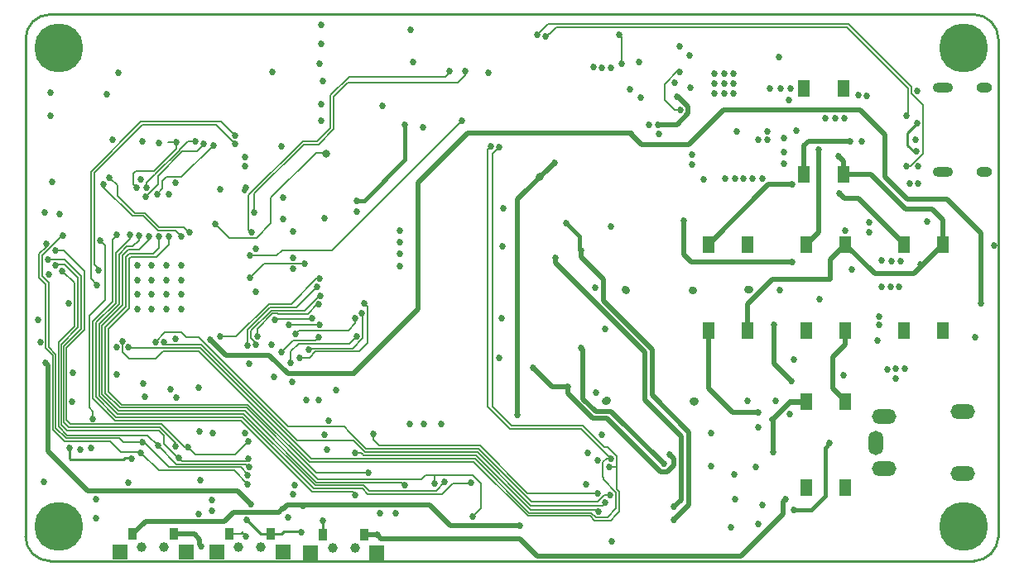
<source format=gbr>
%TF.GenerationSoftware,KiCad,Pcbnew,(6.0.4)*%
%TF.CreationDate,2023-04-20T20:53:15+03:00*%
%TF.ProjectId,mp3_test_board,6d70335f-7465-4737-945f-626f6172642e,rev?*%
%TF.SameCoordinates,Original*%
%TF.FileFunction,Copper,L1,Top*%
%TF.FilePolarity,Positive*%
%FSLAX46Y46*%
G04 Gerber Fmt 4.6, Leading zero omitted, Abs format (unit mm)*
G04 Created by KiCad (PCBNEW (6.0.4)) date 2023-04-20 20:53:15*
%MOMM*%
%LPD*%
G01*
G04 APERTURE LIST*
%TA.AperFunction,Profile*%
%ADD10C,0.250000*%
%TD*%
%TA.AperFunction,ComponentPad*%
%ADD11C,1.000000*%
%TD*%
%TA.AperFunction,SMDPad,CuDef*%
%ADD12R,0.900000X1.200000*%
%TD*%
%TA.AperFunction,SMDPad,CuDef*%
%ADD13R,1.500000X1.500000*%
%TD*%
%TA.AperFunction,SMDPad,CuDef*%
%ADD14R,1.300000X1.800000*%
%TD*%
%TA.AperFunction,ComponentPad*%
%ADD15C,0.800000*%
%TD*%
%TA.AperFunction,ComponentPad*%
%ADD16C,5.000000*%
%TD*%
%TA.AperFunction,ComponentPad*%
%ADD17O,1.500000X2.500000*%
%TD*%
%TA.AperFunction,ComponentPad*%
%ADD18O,2.500000X1.500000*%
%TD*%
%TA.AperFunction,ComponentPad*%
%ADD19O,1.600000X1.000000*%
%TD*%
%TA.AperFunction,ComponentPad*%
%ADD20O,2.100000X1.000000*%
%TD*%
%TA.AperFunction,ViaPad*%
%ADD21C,0.685800*%
%TD*%
%TA.AperFunction,ViaPad*%
%ADD22C,0.800000*%
%TD*%
%TA.AperFunction,Conductor*%
%ADD23C,0.508000*%
%TD*%
%TA.AperFunction,Conductor*%
%ADD24C,0.127000*%
%TD*%
%TA.AperFunction,Conductor*%
%ADD25C,0.800000*%
%TD*%
%TA.AperFunction,Conductor*%
%ADD26C,0.250000*%
%TD*%
%TA.AperFunction,Conductor*%
%ADD27C,0.400000*%
%TD*%
%TA.AperFunction,Conductor*%
%ADD28C,0.600000*%
%TD*%
G04 APERTURE END LIST*
D10*
X173467769Y-99232295D02*
G75*
G03*
X175960000Y-96750000I-93569J2586195D01*
G01*
X175960001Y-45750000D02*
G75*
G03*
X173467767Y-43232233I-2528101J-10100D01*
G01*
X78967767Y-43232167D02*
G75*
G03*
X76467767Y-45732233I33J-2500033D01*
G01*
X76467767Y-45732233D02*
X76467767Y-96732233D01*
X78967767Y-99232233D02*
X173467767Y-99232233D01*
X175960000Y-96750000D02*
X175960000Y-45750000D01*
X173467767Y-43232233D02*
X78967767Y-43232233D01*
X76467767Y-96732233D02*
G75*
G03*
X78967767Y-99232233I2500033J33D01*
G01*
D11*
%TO.P,SW7,*%
%TO.N,*%
X110150000Y-97852500D03*
X107850000Y-97852500D03*
D12*
%TO.P,SW7,1,1*%
%TO.N,Net-(R7-Pad1)*%
X111100000Y-96552500D03*
%TO.P,SW7,2,2*%
%TO.N,GND*%
X106900000Y-96552500D03*
D13*
%TO.P,SW7,3*%
%TO.N,N/C*%
X112400000Y-98392500D03*
%TO.P,SW7,4*%
X105600000Y-98392500D03*
%TD*%
D14*
%TO.P,SW1,4,A*%
%TO.N,unconnected-(SW1-Pad4)*%
X150300000Y-66800000D03*
%TO.P,SW1,3,K*%
%TO.N,GND*%
X150300000Y-75600000D03*
%TO.P,SW1,2,2*%
%TO.N,Net-(R10-Pad2)*%
X146300000Y-66800000D03*
%TO.P,SW1,1,1*%
X146300000Y-75600000D03*
%TD*%
D11*
%TO.P,SW6,*%
%TO.N,*%
X100550000Y-97780000D03*
X98250000Y-97780000D03*
D12*
%TO.P,SW6,1,1*%
%TO.N,/SOC/KEYS*%
X101500000Y-96480000D03*
%TO.P,SW6,2,2*%
%TO.N,GND*%
X97300000Y-96480000D03*
D13*
%TO.P,SW6,3*%
%TO.N,N/C*%
X102800000Y-98320000D03*
%TO.P,SW6,4*%
X96000000Y-98320000D03*
%TD*%
D15*
%TO.P,H4,1*%
%TO.N,N/C*%
X172400000Y-44825000D03*
X171074175Y-48025825D03*
X173725825Y-45374175D03*
X171074175Y-45374175D03*
D16*
X172400000Y-46700000D03*
D15*
X174275000Y-46700000D03*
X172400000Y-48575000D03*
X173725825Y-48025825D03*
X170525000Y-46700000D03*
%TD*%
%TO.P,H2,1*%
%TO.N,N/C*%
X79900000Y-44825000D03*
X81225825Y-45374175D03*
X81225825Y-48025825D03*
D16*
X79900000Y-46700000D03*
D15*
X79900000Y-48575000D03*
X78574175Y-45374175D03*
X78574175Y-48025825D03*
X81775000Y-46700000D03*
X78025000Y-46700000D03*
%TD*%
%TO.P,H1,1*%
%TO.N,N/C*%
X78574175Y-97025825D03*
X78025000Y-95700000D03*
X78574175Y-94374175D03*
D16*
X79900000Y-95700000D03*
D15*
X81225825Y-97025825D03*
X81775000Y-95700000D03*
X79900000Y-93825000D03*
X81225825Y-94374175D03*
X79900000Y-97575000D03*
%TD*%
D14*
%TO.P,SW3,4,A*%
%TO.N,unconnected-(SW3-Pad4)*%
X160300000Y-82900000D03*
%TO.P,SW3,3,K*%
%TO.N,GND*%
X160300000Y-91700000D03*
%TO.P,SW3,2,2*%
%TO.N,Net-(R10-Pad1)*%
X156300000Y-82900000D03*
%TO.P,SW3,1,1*%
X156300000Y-91700000D03*
%TD*%
%TO.P,SW2,4,A*%
%TO.N,GND*%
X170300000Y-66800000D03*
%TO.P,SW2,3,K*%
X170300000Y-75600000D03*
%TO.P,SW2,2,2*%
%TO.N,Net-(R12-Pad2)*%
X166300000Y-66800000D03*
%TO.P,SW2,1,1*%
X166300000Y-75600000D03*
%TD*%
D13*
%TO.P,SW8,4*%
%TO.N,N/C*%
X86100000Y-98320000D03*
%TO.P,SW8,3*%
X92900000Y-98320000D03*
D12*
%TO.P,SW8,2,2*%
%TO.N,Net-(D12-Pad1)*%
X87400000Y-96480000D03*
%TO.P,SW8,1,1*%
%TO.N,GND*%
X91600000Y-96480000D03*
D11*
%TO.P,SW8,*%
%TO.N,*%
X88350000Y-97780000D03*
X90650000Y-97780000D03*
%TD*%
D15*
%TO.P,H3,1*%
%TO.N,N/C*%
X171074175Y-94374175D03*
X171074175Y-97025825D03*
X173725825Y-97025825D03*
X173725825Y-94374175D03*
X172400000Y-93825000D03*
X174275000Y-95700000D03*
X170525000Y-95700000D03*
X172400000Y-97575000D03*
D16*
X172400000Y-95700000D03*
%TD*%
D14*
%TO.P,SW4,4,A*%
%TO.N,GND*%
X160100000Y-50800000D03*
%TO.P,SW4,3,K*%
X160100000Y-59600000D03*
%TO.P,SW4,2,2*%
%TO.N,Net-(R13-Pad2)*%
X156100000Y-50800000D03*
%TO.P,SW4,1,1*%
X156100000Y-59600000D03*
%TD*%
%TO.P,SW5,4,A*%
%TO.N,GND*%
X160300000Y-66800000D03*
%TO.P,SW5,3,K*%
X160300000Y-75600000D03*
%TO.P,SW5,2,2*%
%TO.N,Net-(R11-Pad2)*%
X156300000Y-66800000D03*
%TO.P,SW5,1,1*%
X156300000Y-75600000D03*
%TD*%
D17*
%TO.P,J2,1,1*%
%TO.N,GND*%
X163395000Y-87100000D03*
D18*
%TO.P,J2,2,2*%
%TO.N,unconnected-(J2-Pad2)*%
X164295000Y-84450000D03*
%TO.P,J2,3,3*%
%TO.N,Net-(D10-Pad2)*%
X172295000Y-83900000D03*
X172295000Y-90300000D03*
%TO.P,J2,4,4*%
%TO.N,Net-(D9-Pad2)*%
X164295000Y-89750000D03*
%TD*%
D19*
%TO.P,P2,S1,SHIELD*%
%TO.N,GND*%
X174505000Y-50750000D03*
D20*
X170325000Y-50750000D03*
X170325000Y-59390000D03*
D19*
X174505000Y-59390000D03*
%TD*%
D21*
%TO.N,+3V3*%
X133961747Y-88173555D03*
X107042700Y-64123938D03*
X94301140Y-90939455D03*
X84800000Y-51400000D03*
X154722700Y-50803938D03*
X83641747Y-92880055D03*
X152550000Y-50800000D03*
X103721408Y-80873216D03*
X139200000Y-48100000D03*
X102800000Y-64200000D03*
X112946020Y-52603980D03*
X94190000Y-81420000D03*
X91780000Y-60500000D03*
X96371564Y-61171564D03*
X101862358Y-80364166D03*
X119011747Y-85198555D03*
X153689132Y-50800000D03*
X115741747Y-85189949D03*
X110363806Y-63391630D03*
X88461747Y-81043555D03*
X153689132Y-50800000D03*
X79905000Y-63695000D03*
X136425747Y-97171555D03*
X154533762Y-51995000D03*
X103806445Y-92393555D03*
%TO.N,GND*%
X151807700Y-93478938D03*
X87870000Y-70420000D03*
X117082700Y-54803938D03*
X90870000Y-68920000D03*
X95531747Y-94063555D03*
X98942700Y-58783938D03*
X103301747Y-94783555D03*
X79030000Y-53570000D03*
X79203364Y-60413938D03*
X148900000Y-49300000D03*
X164032700Y-71143938D03*
X83640000Y-94830000D03*
X78812700Y-69833938D03*
X81182900Y-82920000D03*
X88208280Y-60143328D03*
X153991747Y-55863555D03*
X163570000Y-76630000D03*
X148900000Y-50300000D03*
X94161747Y-94373555D03*
X167732462Y-58793700D03*
X114740000Y-68990000D03*
X134950400Y-88922876D03*
X90870000Y-73420000D03*
X151411747Y-85487555D03*
X154010000Y-57300000D03*
X98942700Y-57873938D03*
X138243761Y-50924999D03*
X173601638Y-76325000D03*
X83141747Y-87650555D03*
X175500000Y-66900000D03*
X106672700Y-44293938D03*
X114740000Y-66520000D03*
X150800000Y-60000000D03*
X77992327Y-76792387D03*
X137750000Y-71400421D03*
X112670000Y-94310000D03*
X106660000Y-54090000D03*
X151800000Y-60000000D03*
X114730000Y-67750000D03*
X90870000Y-70420000D03*
X167665900Y-51100000D03*
X161672700Y-51513938D03*
X162482700Y-51533938D03*
X135878600Y-82725370D03*
X165934700Y-68513938D03*
X87870000Y-71920000D03*
X135750000Y-75425000D03*
X149000000Y-60000000D03*
X148900000Y-51300000D03*
X92370000Y-73420000D03*
X92370000Y-70420000D03*
X164012700Y-68433938D03*
X116058762Y-48100000D03*
X164972700Y-71143938D03*
X146900000Y-49300000D03*
X124900000Y-78386638D03*
X165032700Y-68463938D03*
X160992700Y-69373938D03*
X105166842Y-82718650D03*
X88665115Y-82395115D03*
X106860000Y-50040000D03*
X87870000Y-68920000D03*
X146900000Y-51300000D03*
X106421747Y-82719150D03*
X114341747Y-94318555D03*
X103802700Y-69303938D03*
X90870000Y-71920000D03*
X91880000Y-82440000D03*
X79000000Y-51200000D03*
X160100500Y-80200000D03*
X123800000Y-49200000D03*
X103782700Y-65463938D03*
X102620000Y-56730000D03*
X103782700Y-68153938D03*
X77738032Y-74522857D03*
X147900000Y-51300000D03*
X92370000Y-71920000D03*
X144800000Y-82875000D03*
X155330000Y-55110000D03*
X153175000Y-82775000D03*
X168035500Y-68853938D03*
X106830000Y-95120000D03*
X146900000Y-50300000D03*
X139400000Y-51700000D03*
X78420000Y-63540000D03*
X125235000Y-66956238D03*
X99020000Y-96676555D03*
X168700000Y-64400000D03*
X106721747Y-46203555D03*
X87870000Y-73420000D03*
X108210000Y-81740000D03*
X135409747Y-86249555D03*
X89370000Y-70420000D03*
X162000000Y-56200000D03*
X86944149Y-91229149D03*
X151157747Y-89551555D03*
X150300000Y-82775000D03*
X135412700Y-48653938D03*
X149900000Y-60000000D03*
X133771747Y-91403555D03*
X153600000Y-71500000D03*
X165772700Y-71153938D03*
X159582700Y-57773938D03*
X148000000Y-60000000D03*
X147900000Y-49300000D03*
X82091747Y-87803555D03*
X143381747Y-46533555D03*
X101746200Y-49146200D03*
X106542700Y-48243938D03*
X136325000Y-64910000D03*
X94231747Y-85963555D03*
X78321747Y-91071745D03*
X85921400Y-49200000D03*
X89370000Y-73420000D03*
X115804381Y-44795619D03*
X95501747Y-92962400D03*
X147900000Y-50300000D03*
X136292700Y-48663938D03*
X151411747Y-95393555D03*
X85371747Y-56023555D03*
X101625371Y-77086891D03*
X103950000Y-91430000D03*
X114740000Y-65400000D03*
X117201747Y-85189949D03*
X134592700Y-48633938D03*
X146607700Y-89478938D03*
X150335000Y-71420000D03*
X107420000Y-84814155D03*
X94420000Y-97680000D03*
X163570000Y-76630000D03*
X89370000Y-68920000D03*
X85747828Y-77291808D03*
X154040967Y-58498576D03*
X106700000Y-52410000D03*
X144625000Y-71450000D03*
X102800000Y-62000000D03*
X89370000Y-71920000D03*
X92370000Y-68920000D03*
%TO.N,+1V8A*%
X99339147Y-79018736D03*
X85745602Y-80066863D03*
X91140719Y-61659100D03*
%TO.N,Net-(C5-Pad2)*%
X84467800Y-60592797D03*
X92388385Y-65976917D03*
%TO.N,Net-(C6-Pad2)*%
X85057836Y-59932782D03*
X93201747Y-65563555D03*
%TO.N,VBUS*%
X159252700Y-53873938D03*
X160242700Y-53873938D03*
X167472700Y-56093938D03*
X158232700Y-53893938D03*
X142843193Y-50244431D03*
%TO.N,+5VA*%
X157682100Y-72403600D03*
X148607700Y-95752276D03*
X162760000Y-65540000D03*
X134750000Y-71200000D03*
X163800000Y-74190000D03*
X149007700Y-92878938D03*
X154582700Y-84153938D03*
X146607700Y-86078938D03*
X163790000Y-75020000D03*
X134836200Y-82000000D03*
X148907700Y-90378938D03*
X162760000Y-64552141D03*
%TO.N,-5VA*%
X164651747Y-79583555D03*
X165452700Y-80523938D03*
X166402700Y-79553938D03*
X165472700Y-79533938D03*
X125154539Y-74382100D03*
X160290000Y-65350000D03*
X155050000Y-78550000D03*
X125300000Y-63075000D03*
%TO.N,Net-(C61-Pad1)*%
X141224102Y-55432536D03*
X143106209Y-51662961D03*
X140212700Y-54513938D03*
X141150000Y-54500000D03*
%TO.N,Net-(R53-Pad1)*%
X99400000Y-70200000D03*
X104972700Y-68753938D03*
%TO.N,VCC*%
X166902700Y-60563938D03*
X153512700Y-47633938D03*
X149182700Y-55203938D03*
X167702700Y-60563938D03*
X151411747Y-56093938D03*
X152312700Y-55233938D03*
X144439288Y-50765514D03*
X152302700Y-56053938D03*
%TO.N,/SOC/SDC_D1*%
X88430000Y-56220000D03*
%TO.N,/SOC/SDC_D0*%
X90103854Y-56365910D03*
%TO.N,/SOC/SDC_CLK*%
X91852700Y-56303938D03*
X87822731Y-60940267D03*
%TO.N,/SOC/SDC_CMD*%
X93830000Y-56250000D03*
X88856230Y-60965924D03*
%TO.N,/SOC/SDC_D3*%
X88777366Y-61901661D03*
X94685717Y-56476951D03*
%TO.N,/SOC/SDC_D2*%
X89907331Y-61628569D03*
X95687115Y-56621476D03*
%TO.N,Net-(D10-Pad2)*%
X155082700Y-93953938D03*
X158682700Y-87153938D03*
%TO.N,Net-(D12-Pad1)*%
X126771747Y-84243555D03*
D22*
X129010000Y-59870000D03*
D21*
X130556000Y-58420000D03*
X127025302Y-95610000D03*
X104840000Y-93550000D03*
%TO.N,/SOC/LCD_RS*%
X103603143Y-78948866D03*
X110353230Y-76186770D03*
%TO.N,/SOC/LCD_WR*%
X106463868Y-76258911D03*
X102610679Y-77859321D03*
%TO.N,/SOC/LCD_RD*%
X103410000Y-75040000D03*
X106530000Y-74990000D03*
%TO.N,/SOC/LCD_D3*%
X101991564Y-74478436D03*
X105736110Y-74384100D03*
%TO.N,/SOC/LCD_D4*%
X110193653Y-74382875D03*
X104090000Y-75950000D03*
%TO.N,/SOC/LCD_D5*%
X110860000Y-73800000D03*
X105470000Y-77575900D03*
%TO.N,/SOC/LCD_D6*%
X104530000Y-78380000D03*
X111140000Y-72830000D03*
%TO.N,/SOC/LCD_D7*%
X106440000Y-72950000D03*
X100150000Y-76170000D03*
%TO.N,/SOC/LCD_D10*%
X100038217Y-77048215D03*
X106640154Y-72022937D03*
%TO.N,/SOC/LCD_D11*%
X106240000Y-71130000D03*
X99160000Y-77160000D03*
%TO.N,/SOC/LCD_D12*%
X106539408Y-70296864D03*
X96391747Y-76213555D03*
%TO.N,Net-(P2-PadA7)*%
X167590000Y-57280000D03*
X167650000Y-54370000D03*
%TO.N,/SOC/LCD_PWM*%
X99430000Y-67950895D03*
X121100000Y-54100000D03*
%TO.N,/SOC/KEYS*%
X78497915Y-78910430D03*
X99517247Y-93383094D03*
X99110000Y-95030000D03*
X104630000Y-96280000D03*
%TO.N,/SOC/FLASH_SPI_CS*%
X122191747Y-94648555D03*
X118281747Y-91278555D03*
X90111747Y-65993555D03*
%TO.N,Net-(R7-Pad1)*%
X112438694Y-96552500D03*
X154205747Y-92853555D03*
%TO.N,Net-(R10-Pad1)*%
X152935747Y-88027555D03*
%TO.N,Net-(R10-Pad2)*%
X154915724Y-60640400D03*
X151411747Y-83963555D03*
%TO.N,Net-(R11-Pad2)*%
X157563266Y-57108938D03*
%TO.N,Net-(R12-Pad2)*%
X159720000Y-61564338D03*
%TO.N,/SOC/USB_DM*%
X128800000Y-45300000D03*
X97882700Y-55603938D03*
X83760000Y-70920000D03*
X166532700Y-58753938D03*
%TO.N,/SOC/USB_DP*%
X97882700Y-56489241D03*
X83888691Y-69420000D03*
X129667090Y-45478652D03*
X166596256Y-53603826D03*
%TO.N,Net-(C41-Pad1)*%
X142740400Y-93682876D03*
X130647130Y-68187206D03*
%TO.N,Net-(C42-Pad1)*%
X131950000Y-81400000D03*
X142340400Y-88282876D03*
X128350000Y-79400000D03*
%TO.N,Net-(C43-Pad1)*%
X133299500Y-77403938D03*
X141740400Y-89282876D03*
%TO.N,Net-(C44-Pad1)*%
X142790400Y-95032876D03*
X131750000Y-64600000D03*
X133291500Y-67400000D03*
%TO.N,Net-(C49-Pad2)*%
X154915456Y-68551764D03*
X143808191Y-64328447D03*
%TO.N,Net-(C51-Pad2)*%
X153000000Y-75000000D03*
X154800000Y-80800000D03*
%TO.N,/NewDAC/I2C_SCL*%
X137432700Y-48253938D03*
X137189927Y-45311165D03*
X124069069Y-56729083D03*
X136332700Y-88753938D03*
X86998311Y-77326991D03*
%TO.N,/NewDAC/I2C_SDIN*%
X144400000Y-47400000D03*
X136164573Y-89572143D03*
X86390691Y-76683129D03*
X124896874Y-56840750D03*
%TO.N,/Power/AUDIO_PWR_EN*%
X174200000Y-72800000D03*
X95361747Y-76563555D03*
%TO.N,DEBUG_UART_RX*%
X121400000Y-49000000D03*
X99880000Y-63540000D03*
%TO.N,DEBUG_UART_TX*%
X119800000Y-49000000D03*
X99569393Y-65544814D03*
%TO.N,/SOC/FLASH_SPI_MOSI*%
X89081747Y-65963555D03*
X115221747Y-91464455D03*
%TO.N,/NewDAC/I2S_MCLK*%
X134971564Y-92271564D03*
X112020000Y-86220000D03*
%TO.N,/SOC/FLASH_SPI_HOLD*%
X85821747Y-65803555D03*
X110181747Y-92445455D03*
%TO.N,/SOC/FLASH_SPI_WP*%
X87101747Y-65833555D03*
X122011747Y-91208555D03*
%TO.N,/SOC/FLASH_SPI_CLK*%
X111543100Y-90188555D03*
X91151747Y-65993555D03*
%TO.N,/NewDAC/I2S_LRCK*%
X110160000Y-88150000D03*
X135030000Y-94135900D03*
X91820959Y-76471537D03*
%TO.N,/NewDAC/I2S_BCLK*%
X136273997Y-92485338D03*
X89725481Y-76798038D03*
%TO.N,/NewDAC/I2S_DIN*%
X135780000Y-93220000D03*
X90611862Y-76798038D03*
%TO.N,/Power/IRQ*%
X143345000Y-49105900D03*
X143442322Y-53022870D03*
%TO.N,+1V8B*%
X100000000Y-67200000D03*
X98967745Y-60942861D03*
%TO.N,+0V9*%
X81260000Y-79920000D03*
X145800000Y-60100000D03*
X144600000Y-57600000D03*
X91255092Y-81637264D03*
X80884847Y-72793555D03*
X100050955Y-71605900D03*
X144662700Y-58613938D03*
%TO.N,/SOC/FLASH_SPI_MISO*%
X88061747Y-65903555D03*
X119331747Y-91148555D03*
%TO.N,/Power/PWR_KEY*%
X95866195Y-64657643D03*
D22*
X107190000Y-57500000D03*
D21*
%TO.N,Net-(C76-Pad2)*%
X80920000Y-87650555D03*
X87270000Y-88716555D03*
%TO.N,Net-(C60-Pad1)*%
X107321747Y-87798555D03*
X98899644Y-86090356D03*
%TO.N,/SOC/WIFI_SDIO_CMD*%
X90001747Y-87383555D03*
X80234638Y-69480871D03*
X99307816Y-89588936D03*
%TO.N,/SOC/WIFI_SDIO_D0*%
X92165183Y-88690119D03*
X79523906Y-68953025D03*
X99277281Y-88704160D03*
%TO.N,/SOC/WIFI_SDIO_CLK*%
X78791009Y-68347125D03*
X91817721Y-87485785D03*
%TO.N,/SOC/WIFI_SDIO_D1*%
X79513004Y-67426584D03*
X93051747Y-87543555D03*
X99287165Y-86963756D03*
%TO.N,/SOC/WIFI_SDIO_D2*%
X88391747Y-87063555D03*
X99206024Y-90468367D03*
X80260000Y-65920000D03*
%TO.N,/SOC/WIFI_SDIO_D3*%
X78584186Y-66744186D03*
X88261747Y-88143555D03*
X99191747Y-91353555D03*
%TO.N,Net-(L1-Pad1)*%
X95568398Y-86095896D03*
X107029180Y-86257655D03*
%TO.N,Net-(P1-Pad38)*%
X115254264Y-54575502D03*
X110372700Y-62283938D03*
%TO.N,Net-(R13-Pad2)*%
X160842700Y-56233938D03*
%TO.N,/SOC/WIFI_REG_ON*%
X83365698Y-84656655D03*
X84089420Y-66383555D03*
%TD*%
D23*
%TO.N,GND*%
X170300000Y-64300000D02*
X169150000Y-63150000D01*
D24*
X97300000Y-96480000D02*
X98823445Y-96480000D01*
D25*
X135803970Y-82800000D02*
X135878600Y-82725370D01*
X137750000Y-71400421D02*
X137750000Y-71420000D01*
D23*
X158796062Y-68303938D02*
X160300000Y-66800000D01*
X150300000Y-72936638D02*
X152869338Y-70367300D01*
X169150000Y-63150000D02*
X166500000Y-63150000D01*
X93720000Y-96480000D02*
X94280000Y-97040000D01*
D25*
X144725000Y-82800000D02*
X144800000Y-82875000D01*
D24*
X97300000Y-96480000D02*
X98465302Y-96480000D01*
D25*
X137750000Y-71420000D02*
X137840000Y-71510000D01*
X144715000Y-71480000D02*
X144685000Y-71450000D01*
X150475000Y-71400000D02*
X150455000Y-71420000D01*
D26*
X106900000Y-96552500D02*
X106900000Y-95190000D01*
D23*
X94280000Y-97040000D02*
X94280000Y-97540000D01*
D24*
X98823445Y-96480000D02*
X99020000Y-96676555D01*
D23*
X160300000Y-66800000D02*
X163303938Y-69803938D01*
X166500000Y-63150000D02*
X162950000Y-59600000D01*
X91600000Y-96480000D02*
X93720000Y-96480000D01*
X150300000Y-75600000D02*
X150300000Y-72936638D01*
X170300000Y-66800000D02*
X170300000Y-64300000D01*
X160100000Y-59600000D02*
X160100000Y-58291238D01*
D25*
X150455000Y-71420000D02*
X150335000Y-71420000D01*
X135750000Y-82800000D02*
X135803970Y-82800000D01*
D23*
X158796062Y-70367300D02*
X158796062Y-68303938D01*
X163303938Y-69803938D02*
X167296062Y-69803938D01*
X162950000Y-59600000D02*
X160100000Y-59600000D01*
X152869338Y-70367300D02*
X158796062Y-70367300D01*
X94280000Y-97540000D02*
X94420000Y-97680000D01*
D26*
X106900000Y-95190000D02*
X106830000Y-95120000D01*
D23*
X160100000Y-58291238D02*
X159582700Y-57773938D01*
D25*
X144800000Y-82875000D02*
X144875000Y-82800000D01*
D24*
X98465302Y-96480000D02*
X98741747Y-96203555D01*
D25*
X144685000Y-71450000D02*
X144625000Y-71450000D01*
D23*
X167296062Y-69803938D02*
X170300000Y-66800000D01*
D27*
%TO.N,+1V8A*%
X91090000Y-61540000D02*
X91140719Y-61590719D01*
X91140719Y-61590719D02*
X91140719Y-61659100D01*
D24*
%TO.N,Net-(C5-Pad2)*%
X87368762Y-63890000D02*
X88500000Y-63890000D01*
X89984089Y-65374089D02*
X91785557Y-65374089D01*
X91785557Y-65374089D02*
X92415579Y-66004111D01*
X88500000Y-63890000D02*
X89984089Y-65374089D01*
X84467800Y-60989038D02*
X87368762Y-63890000D01*
X84467800Y-60592797D02*
X84467800Y-60989038D01*
%TO.N,Net-(C6-Pad2)*%
X87641762Y-63563000D02*
X88635448Y-63563000D01*
X90120017Y-65047569D02*
X92682181Y-65047569D01*
X85057836Y-59932782D02*
X85882700Y-60757646D01*
X88635448Y-63563000D02*
X90120017Y-65047569D01*
X92682181Y-65047569D02*
X93160791Y-65526179D01*
X85882700Y-61803938D02*
X87641762Y-63563000D01*
X85882700Y-60757646D02*
X85882700Y-61803938D01*
X93160791Y-65526179D02*
X93164371Y-65526179D01*
X93164371Y-65526179D02*
X93201747Y-65563555D01*
D23*
%TO.N,Net-(C61-Pad1)*%
X144239222Y-52692783D02*
X144239222Y-53360778D01*
X143100000Y-54500000D02*
X141150000Y-54500000D01*
X144239222Y-53360778D02*
X143100000Y-54500000D01*
X143106209Y-51662961D02*
X143209400Y-51662961D01*
X143209400Y-51662961D02*
X144239222Y-52692783D01*
D24*
%TO.N,Net-(R53-Pad1)*%
X99400000Y-70200000D02*
X100846062Y-68753938D01*
X100846062Y-68753938D02*
X104972700Y-68753938D01*
%TO.N,/SOC/SDC_CLK*%
X91022700Y-56303938D02*
X91852700Y-56303938D01*
X89571747Y-59273555D02*
X87723083Y-59273555D01*
X91852700Y-56303938D02*
X91852700Y-56992602D01*
X87723083Y-59273555D02*
X87502700Y-59493938D01*
X91852700Y-56992602D02*
X89571747Y-59273555D01*
X87502700Y-59493938D02*
X87502700Y-60620236D01*
X87502700Y-60620236D02*
X87822731Y-60940267D01*
%TO.N,/SOC/SDC_CMD*%
X93036638Y-56250000D02*
X92179201Y-57107437D01*
X89686988Y-59600056D02*
X88856230Y-60430814D01*
X93830000Y-56250000D02*
X93036638Y-56250000D01*
X92179201Y-57127843D02*
X89706988Y-59600056D01*
X88856230Y-60430814D02*
X88856230Y-60965924D01*
X92179201Y-57107437D02*
X92179201Y-57127843D01*
X89706988Y-59600056D02*
X89686988Y-59600056D01*
%TO.N,/SOC/SDC_D3*%
X94460629Y-56476951D02*
X94685717Y-56476951D01*
X90018516Y-59750270D02*
X90018516Y-60660511D01*
X94023554Y-57263084D02*
X92505702Y-57263084D01*
X94685717Y-56476951D02*
X94685717Y-56600921D01*
X92505702Y-57263084D02*
X90018516Y-59750270D01*
X94685717Y-56600921D02*
X94023554Y-57263084D01*
X90018516Y-60660511D02*
X88777366Y-61901661D01*
%TO.N,/SOC/SDC_D2*%
X95687115Y-56621476D02*
X92404654Y-59903938D01*
X92404654Y-59903938D02*
X90832700Y-59903938D01*
X90482700Y-61053200D02*
X89907331Y-61628569D01*
X90832700Y-59903938D02*
X90482700Y-60253938D01*
X90482700Y-60253938D02*
X90482700Y-61053200D01*
D27*
%TO.N,Net-(D10-Pad2)*%
X158232700Y-92553938D02*
X156832700Y-93953938D01*
X156832700Y-93953938D02*
X155082700Y-93953938D01*
X158232700Y-87603938D02*
X158232700Y-92553938D01*
X158682700Y-87153938D02*
X158232700Y-87603938D01*
D23*
%TO.N,Net-(D12-Pad1)*%
X126780000Y-82171808D02*
X126780000Y-62196000D01*
X126771747Y-84243555D02*
X126771747Y-82180061D01*
X102386900Y-94233100D02*
X102760000Y-93860000D01*
X119898192Y-95610000D02*
X127025302Y-95610000D01*
X88709545Y-95170455D02*
X96769545Y-95170455D01*
X102801747Y-93893555D02*
X103198647Y-93496655D01*
X87400000Y-96480000D02*
X88709545Y-95170455D01*
X103198647Y-93496655D02*
X117784847Y-93496655D01*
X126780000Y-62196000D02*
X130556000Y-58420000D01*
X117784847Y-93496655D02*
X119898192Y-95610000D01*
X97706900Y-94233100D02*
X102386900Y-94233100D01*
X126771747Y-82180061D02*
X126780000Y-82171808D01*
X96769545Y-95170455D02*
X97706900Y-94233100D01*
D24*
%TO.N,/SOC/LCD_RS*%
X104390011Y-76969989D02*
X109570011Y-76969989D01*
X109570011Y-76969989D02*
X110353230Y-76186770D01*
X103603143Y-78948866D02*
X103603143Y-77756857D01*
X103603143Y-77756857D02*
X104390011Y-76969989D01*
%TO.N,/SOC/LCD_WR*%
X103826531Y-76643469D02*
X106079310Y-76643469D01*
X106079310Y-76643469D02*
X106463868Y-76258911D01*
X102610679Y-77859321D02*
X103826531Y-76643469D01*
%TO.N,/SOC/LCD_RD*%
X103410000Y-75040000D02*
X103460000Y-74990000D01*
X103460000Y-74990000D02*
X106530000Y-74990000D01*
%TO.N,/SOC/LCD_D3*%
X105736110Y-74384100D02*
X105720210Y-74400000D01*
X105720210Y-74400000D02*
X102070000Y-74400000D01*
X102070000Y-74400000D02*
X101991564Y-74478436D01*
%TO.N,/SOC/LCD_D4*%
X104450000Y-75590000D02*
X104090000Y-75950000D01*
X106279022Y-75595911D02*
X106273111Y-75590000D01*
X106273111Y-75590000D02*
X104450000Y-75590000D01*
X110193653Y-74876347D02*
X109474089Y-75595911D01*
X109474089Y-75595911D02*
X106279022Y-75595911D01*
X110193653Y-74382875D02*
X110193653Y-74876347D01*
%TO.N,/SOC/LCD_D5*%
X109876162Y-77450000D02*
X110909130Y-76417032D01*
X110909130Y-73849130D02*
X110860000Y-73800000D01*
X105470000Y-77575900D02*
X105595900Y-77450000D01*
X105595900Y-77450000D02*
X109876162Y-77450000D01*
X110909130Y-76417032D02*
X110909130Y-73849130D01*
%TO.N,/SOC/LCD_D6*%
X111465911Y-76894089D02*
X111465911Y-73155911D01*
X105523480Y-78380000D02*
X106126480Y-77777000D01*
X110583000Y-77777000D02*
X111465911Y-76894089D01*
X104530000Y-78380000D02*
X105523480Y-78380000D01*
X106126480Y-77777000D02*
X110583000Y-77777000D01*
X111465911Y-73155911D02*
X111140000Y-72830000D01*
%TO.N,/SOC/LCD_D7*%
X100150000Y-76170000D02*
X100150000Y-75463111D01*
X102242542Y-73872525D02*
X102260017Y-73890000D01*
X102260017Y-73890000D02*
X105373321Y-73890000D01*
X100150000Y-75463111D02*
X101740586Y-73872525D01*
X101740586Y-73872525D02*
X102242542Y-73872525D01*
X106313321Y-72950000D02*
X106440000Y-72950000D01*
X105373321Y-73890000D02*
X106313321Y-72950000D01*
%TO.N,/SOC/LCD_D10*%
X99544089Y-75605911D02*
X101603995Y-73546005D01*
X104987106Y-73546005D02*
X106510174Y-72022937D01*
X101603995Y-73546005D02*
X104987106Y-73546005D01*
X106510174Y-72022937D02*
X106640154Y-72022937D01*
X99544089Y-76420978D02*
X99544089Y-75605911D01*
X100038217Y-76915106D02*
X99544089Y-76420978D01*
X100038217Y-77048215D02*
X100038217Y-76915106D01*
%TO.N,/SOC/LCD_D11*%
X99160000Y-77160000D02*
X99160000Y-75528230D01*
X104150515Y-73219485D02*
X106240000Y-71130000D01*
X101468746Y-73219485D02*
X104150515Y-73219485D01*
X99160000Y-75528230D02*
X101468746Y-73219485D01*
%TO.N,/SOC/LCD_D12*%
X96391747Y-76213555D02*
X98012908Y-76213555D01*
X101333498Y-72892965D02*
X103620146Y-72892965D01*
X106216247Y-70296864D02*
X106539408Y-70296864D01*
X103620146Y-72892965D02*
X106216247Y-70296864D01*
X98012908Y-76213555D02*
X101333498Y-72892965D01*
D26*
%TO.N,Net-(P2-PadA7)*%
X166670000Y-56660000D02*
X166670000Y-55350000D01*
X166670000Y-55350000D02*
X167650000Y-54370000D01*
X167590000Y-57280000D02*
X167290000Y-57280000D01*
X167290000Y-57280000D02*
X166670000Y-56660000D01*
D24*
%TO.N,/SOC/LCD_PWM*%
X99430000Y-67950895D02*
X102135743Y-67950895D01*
X102682700Y-67403938D02*
X107796062Y-67403938D01*
X107796062Y-67403938D02*
X121100000Y-54100000D01*
X102135743Y-67950895D02*
X102682700Y-67403938D01*
D23*
%TO.N,/SOC/KEYS*%
X78800380Y-79212895D02*
X78800380Y-87970380D01*
X78497915Y-78910430D02*
X78800380Y-79212895D01*
D26*
X101500000Y-96480000D02*
X101500000Y-96089244D01*
X102645302Y-96480000D02*
X102901747Y-96223555D01*
X100560000Y-96480000D02*
X99110000Y-95030000D01*
X101500000Y-96480000D02*
X100560000Y-96480000D01*
X101500000Y-96480000D02*
X102645302Y-96480000D01*
D23*
X98160202Y-92026049D02*
X99517247Y-93383094D01*
X82856049Y-92026049D02*
X98160202Y-92026049D01*
D26*
X104573555Y-96223555D02*
X104630000Y-96280000D01*
X102901747Y-96223555D02*
X104573555Y-96223555D01*
D23*
X78800380Y-87970380D02*
X82856049Y-92026049D01*
D24*
%TO.N,/SOC/FLASH_SPI_CS*%
X118281747Y-91278555D02*
X118281747Y-90418253D01*
X117351747Y-90413555D02*
X118286445Y-90413555D01*
X118281747Y-90418253D02*
X118286445Y-90413555D01*
X106349507Y-90833555D02*
X116931747Y-90833555D01*
X116931747Y-90833555D02*
X117351747Y-90413555D01*
X122183555Y-90413555D02*
X123020000Y-91250000D01*
X86721747Y-73153555D02*
X84631747Y-75243555D01*
X86133107Y-83525555D02*
X99041507Y-83525555D01*
X84631747Y-82024195D02*
X86133107Y-83525555D01*
X84631747Y-75243555D02*
X84631747Y-82024195D01*
X90111747Y-67183555D02*
X89551747Y-67743555D01*
X123020000Y-93820302D02*
X122191747Y-94648555D01*
X90111747Y-65993555D02*
X90111747Y-67183555D01*
X89551747Y-67743555D02*
X87051747Y-67743555D01*
X87051747Y-67743555D02*
X86721747Y-68073555D01*
X86721747Y-68073555D02*
X86721747Y-73153555D01*
X118286445Y-90413555D02*
X122183555Y-90413555D01*
X123020000Y-91250000D02*
X123020000Y-93820302D01*
X99041507Y-83525555D02*
X106349507Y-90833555D01*
D23*
%TO.N,Net-(R7-Pad1)*%
X128805747Y-98695555D02*
X149633747Y-98695555D01*
X112803747Y-96917555D02*
X127027747Y-96917555D01*
X149633747Y-98695555D02*
X153951747Y-94377555D01*
X111100000Y-96552500D02*
X112438692Y-96552500D01*
X153951747Y-94377555D02*
X153951747Y-93107555D01*
X153951747Y-93107555D02*
X154205747Y-92853555D01*
X127027747Y-96917555D02*
X128805747Y-98695555D01*
X112438692Y-96552500D02*
X112803747Y-96917555D01*
X111100000Y-96229808D02*
X111100000Y-96552500D01*
%TO.N,Net-(R10-Pad1)*%
X152935747Y-84856985D02*
X152782700Y-84703938D01*
D28*
X152782700Y-84703938D02*
X152856062Y-84703938D01*
D23*
X152935747Y-88027555D02*
X152935747Y-84856985D01*
D28*
X154660000Y-82900000D02*
X156300000Y-82900000D01*
X155983938Y-91383938D02*
X156300000Y-91700000D01*
X152856062Y-84703938D02*
X154660000Y-82900000D01*
D23*
%TO.N,Net-(R10-Pad2)*%
X152459600Y-60640400D02*
X154915724Y-60640400D01*
X146300000Y-81521238D02*
X146300000Y-75600000D01*
X146300000Y-66800000D02*
X152459600Y-60640400D01*
X148742317Y-83963555D02*
X146300000Y-81521238D01*
D28*
X146300000Y-66236638D02*
X146300000Y-66800000D01*
D23*
X151411747Y-83963555D02*
X148742317Y-83963555D01*
%TO.N,Net-(R11-Pad2)*%
X156300000Y-66800000D02*
X157563266Y-65536734D01*
X157563266Y-65536734D02*
X157563266Y-57108938D01*
%TO.N,Net-(R12-Pad2)*%
X161631362Y-62032600D02*
X166300000Y-66701238D01*
X160188262Y-62032600D02*
X161631362Y-62032600D01*
X166300000Y-66701238D02*
X166300000Y-66800000D01*
X159720000Y-61564338D02*
X160188262Y-62032600D01*
D24*
%TO.N,/SOC/USB_DM*%
X83156520Y-59330118D02*
X88282700Y-54203938D01*
X129896062Y-44203938D02*
X128800000Y-45300000D01*
X168263000Y-52523000D02*
X167060000Y-51320000D01*
X160613938Y-44203938D02*
X129896062Y-44203938D01*
X97882700Y-55603938D02*
X97737250Y-55603938D01*
X167060000Y-51320000D02*
X167060000Y-50650000D01*
X96482700Y-54203938D02*
X97882700Y-55603938D01*
X83760000Y-70920000D02*
X83156520Y-70316520D01*
X83156520Y-70316520D02*
X83156520Y-59330118D01*
X88282700Y-54203938D02*
X96482700Y-54203938D01*
X166532700Y-58753938D02*
X166986062Y-58753938D01*
X166986062Y-58753938D02*
X168263000Y-57477000D01*
X168263000Y-57477000D02*
X168263000Y-52523000D01*
X167060000Y-50650000D02*
X160613938Y-44203938D01*
%TO.N,/SOC/USB_DP*%
X166733480Y-50785250D02*
X166733480Y-53466602D01*
X160479168Y-44530938D02*
X166733480Y-50785250D01*
X83888691Y-69238691D02*
X83483520Y-68833520D01*
X83483520Y-59465566D02*
X88418148Y-54530938D01*
X129667090Y-45478652D02*
X129946490Y-45199252D01*
X166733480Y-53466602D02*
X166596256Y-53603826D01*
X129946490Y-45199252D02*
X130053718Y-45199252D01*
X83483520Y-68833520D02*
X83483520Y-59465566D01*
X88418148Y-54530938D02*
X95924397Y-54530938D01*
X130722032Y-44530938D02*
X160479168Y-44530938D01*
X83888691Y-69420000D02*
X83888691Y-69238691D01*
X95924397Y-54530938D02*
X97882700Y-56489241D01*
X130053718Y-45199252D02*
X130722032Y-44530938D01*
D23*
%TO.N,Net-(C41-Pad1)*%
X130647130Y-68187206D02*
X130647130Y-68638368D01*
X130647130Y-68638368D02*
X139832700Y-77823938D01*
X139832700Y-77823938D02*
X139832700Y-82762700D01*
X143488000Y-86418000D02*
X143488000Y-92935276D01*
X143488000Y-92935276D02*
X142740400Y-93682876D01*
X139832700Y-82762700D02*
X143488000Y-86418000D01*
%TO.N,Net-(C42-Pad1)*%
X142780000Y-89400000D02*
X142780000Y-88722476D01*
X142780000Y-88722476D02*
X142340400Y-88282876D01*
X131950000Y-81400000D02*
X131950000Y-82082501D01*
X141410313Y-90079776D02*
X142100224Y-90079776D01*
X130350000Y-81400000D02*
X128350000Y-79400000D01*
X142100224Y-90079776D02*
X142780000Y-89400000D01*
X131950000Y-81400000D02*
X130350000Y-81400000D01*
X135948537Y-84618000D02*
X141410313Y-90079776D01*
X131950000Y-82082501D02*
X134485499Y-84618000D01*
X134485499Y-84618000D02*
X135948537Y-84618000D01*
%TO.N,Net-(C43-Pad1)*%
X136367524Y-83910000D02*
X141740400Y-89282876D01*
X133472700Y-77577138D02*
X133472700Y-82603938D01*
X133472700Y-82603938D02*
X134778762Y-83910000D01*
X134778762Y-83910000D02*
X136367524Y-83910000D01*
X133299500Y-77403938D02*
X133472700Y-77577138D01*
%TO.N,Net-(C44-Pad1)*%
X135546900Y-70343900D02*
X135546900Y-72536875D01*
X140540700Y-77530675D02*
X140540700Y-82230700D01*
X135546900Y-72536875D02*
X140540700Y-77530675D01*
D24*
X133291500Y-67400000D02*
X133150000Y-67258500D01*
D27*
X133150000Y-67258500D02*
X133150000Y-66000000D01*
D23*
X133291500Y-68088500D02*
X135546900Y-70343900D01*
X144310000Y-86000000D02*
X144310000Y-93513276D01*
X140540700Y-82230700D02*
X144310000Y-86000000D01*
D27*
X133150000Y-66000000D02*
X131750000Y-64600000D01*
D23*
X133291500Y-67400000D02*
X133291500Y-68088500D01*
X144310000Y-93513276D02*
X142790400Y-95032876D01*
%TO.N,Net-(C49-Pad2)*%
X143808191Y-64328447D02*
X143808191Y-67808191D01*
X144551764Y-68551764D02*
X154915456Y-68551764D01*
X143808191Y-67808191D02*
X144551764Y-68551764D01*
%TO.N,Net-(C51-Pad2)*%
X153000000Y-79000000D02*
X154800000Y-80800000D01*
X153000000Y-75000000D02*
X153000000Y-79000000D01*
D24*
%TO.N,/NewDAC/I2C_SCL*%
X122418104Y-88743000D02*
X127972104Y-94297000D01*
X135987700Y-94742300D02*
X136880397Y-93849603D01*
X127972104Y-94297000D02*
X134333520Y-94297000D01*
X126040000Y-85720000D02*
X133298762Y-85720000D01*
X124069069Y-56729083D02*
X123732700Y-57065452D01*
X135527231Y-89112769D02*
X135886062Y-88753938D01*
X123732700Y-57065452D02*
X123732700Y-83412700D01*
X135540000Y-90600000D02*
X135527231Y-90587231D01*
X124069069Y-56729083D02*
X124057286Y-56717300D01*
X123732700Y-83412700D02*
X126040000Y-85720000D01*
X134778820Y-94742300D02*
X135987700Y-94742300D01*
X137432700Y-45553938D02*
X137189927Y-45311165D01*
X135886062Y-88753938D02*
X136332700Y-88753938D01*
X137432700Y-48253938D02*
X137432700Y-45553938D01*
X136880397Y-92234158D02*
X135540000Y-90893761D01*
X87075258Y-77403938D02*
X94307234Y-77403938D01*
X136880397Y-93849603D02*
X136880397Y-92234158D01*
X133298762Y-85720000D02*
X136332700Y-88753938D01*
X134333520Y-94297000D02*
X134778820Y-94742300D01*
X135527231Y-90587231D02*
X135527231Y-89112769D01*
X94307234Y-77403938D02*
X105646296Y-88743000D01*
X135540000Y-90893761D02*
X135540000Y-90600000D01*
X86998311Y-77326991D02*
X87075258Y-77403938D01*
X105646296Y-88743000D02*
X122418104Y-88743000D01*
%TO.N,/NewDAC/I2C_SDIN*%
X136960000Y-89600000D02*
X136960000Y-91851313D01*
X136960000Y-91851313D02*
X137207397Y-92098710D01*
X122282656Y-89070000D02*
X127836656Y-94624000D01*
X86353728Y-77789990D02*
X87057293Y-78493555D01*
X127836656Y-94624000D02*
X134198072Y-94624000D01*
X134643372Y-95069300D02*
X136290700Y-95069300D01*
X126175448Y-85393000D02*
X133434210Y-85393000D01*
X136192430Y-89600000D02*
X136960000Y-89600000D01*
X134198072Y-94624000D02*
X134643372Y-95069300D01*
X135615605Y-87574395D02*
X136010737Y-87574395D01*
X136290700Y-95069300D02*
X136830000Y-94530000D01*
X124206000Y-83423552D02*
X126175448Y-85393000D01*
X94171786Y-77730938D02*
X105510848Y-89070000D01*
X124206000Y-57531624D02*
X124206000Y-83423552D01*
X136010737Y-87574395D02*
X136960000Y-88523658D01*
X137207397Y-94152603D02*
X136770000Y-94590000D01*
X105510848Y-89070000D02*
X122282656Y-89070000D01*
X86390691Y-76683129D02*
X86353728Y-76720092D01*
X133434210Y-85393000D02*
X135615605Y-87574395D01*
X90554364Y-77730938D02*
X94171786Y-77730938D01*
X86353728Y-76720092D02*
X86353728Y-77789990D01*
X89791747Y-78493555D02*
X90554364Y-77730938D01*
X136960000Y-88523658D02*
X136960000Y-89600000D01*
X137207397Y-92098710D02*
X137207397Y-94152603D01*
X124896874Y-56840750D02*
X124206000Y-57531624D01*
X136164573Y-89572143D02*
X136192430Y-89600000D01*
X87057293Y-78493555D02*
X89791747Y-78493555D01*
D23*
%TO.N,/Power/AUDIO_PWR_EN*%
X116586000Y-73406000D02*
X116586000Y-60452000D01*
X96928279Y-78130087D02*
X101353100Y-78130087D01*
X116586000Y-60452000D02*
X121666000Y-55372000D01*
X166651747Y-62119555D02*
X164365747Y-59833555D01*
X101353100Y-78130087D02*
X103276568Y-80053555D01*
X138314192Y-55372000D02*
X138430000Y-55372000D01*
X161825747Y-52975555D02*
X147855747Y-52975555D01*
X174200000Y-65603808D02*
X170715747Y-62119555D01*
X164365747Y-59833555D02*
X164365747Y-55515555D01*
X147855747Y-52975555D02*
X144299747Y-56531555D01*
X110081747Y-79993555D02*
X110081747Y-79910253D01*
X164365747Y-55515555D02*
X161825747Y-52975555D01*
X103276568Y-80053555D02*
X110021747Y-80053555D01*
X170715747Y-62119555D02*
X166651747Y-62119555D01*
X144299747Y-56531555D02*
X139473747Y-56531555D01*
X139473747Y-56531555D02*
X138314192Y-55372000D01*
X110021747Y-80053555D02*
X110081747Y-79993555D01*
X174200000Y-72800000D02*
X174200000Y-65603808D01*
X95361747Y-76563555D02*
X96928279Y-78130087D01*
X121666000Y-55372000D02*
X138314192Y-55372000D01*
X110081747Y-79910253D02*
X116586000Y-73406000D01*
D24*
%TO.N,DEBUG_UART_RX*%
X104929771Y-56538204D02*
X99880000Y-61587975D01*
X107953400Y-51659048D02*
X107953400Y-54996600D01*
X107953400Y-54996600D02*
X106411796Y-56538204D01*
X106411796Y-56538204D02*
X104929771Y-56538204D01*
X121400000Y-49459302D02*
X120659302Y-50200000D01*
X121400000Y-49000000D02*
X121400000Y-49459302D01*
X109412448Y-50200000D02*
X107953400Y-51659048D01*
X99880000Y-61587975D02*
X99880000Y-63540000D01*
X120659302Y-50200000D02*
X109412448Y-50200000D01*
%TO.N,DEBUG_UART_TX*%
X99274089Y-65249510D02*
X99569393Y-65544814D01*
X109550000Y-49600000D02*
X107626400Y-51523600D01*
X119800000Y-49000000D02*
X119800000Y-49196770D01*
X107626400Y-54861152D02*
X106276348Y-56211204D01*
X107626400Y-51523600D02*
X107626400Y-54861152D01*
X119800000Y-49196770D02*
X119396770Y-49600000D01*
X104794323Y-56211204D02*
X99274089Y-61731438D01*
X119396770Y-49600000D02*
X109550000Y-49600000D01*
X106276348Y-56211204D02*
X104794323Y-56211204D01*
X99274089Y-61731438D02*
X99274089Y-65249510D01*
%TO.N,/SOC/FLASH_SPI_MOSI*%
X84301747Y-75083555D02*
X84301747Y-82156643D01*
X86351747Y-73033555D02*
X84301747Y-75083555D01*
X86351747Y-67923555D02*
X86351747Y-73033555D01*
X84301747Y-82156643D02*
X85997659Y-83852555D01*
X111171747Y-91163555D02*
X111174747Y-91160555D01*
X89081747Y-66343555D02*
X88091747Y-67333555D01*
X114917847Y-91160555D02*
X115221747Y-91464455D01*
X86941747Y-67333555D02*
X86351747Y-67923555D01*
X85997659Y-83852555D02*
X98906059Y-83852555D01*
X106214059Y-91160555D02*
X111311747Y-91160555D01*
X111174747Y-91160555D02*
X114917847Y-91160555D01*
X88091747Y-67333555D02*
X86941747Y-67333555D01*
X89081747Y-65963555D02*
X89081747Y-66343555D01*
X98906059Y-83852555D02*
X106214059Y-91160555D01*
%TO.N,/NewDAC/I2S_MCLK*%
X112020000Y-86821808D02*
X112614192Y-87416000D01*
X122940896Y-87416000D02*
X127796460Y-92271564D01*
X127796460Y-92271564D02*
X134971564Y-92271564D01*
X112020000Y-86220000D02*
X112020000Y-86821808D01*
X112614192Y-87416000D02*
X122940896Y-87416000D01*
%TO.N,/SOC/FLASH_SPI_HOLD*%
X98499715Y-84833555D02*
X105807715Y-92141555D01*
X85337299Y-66288003D02*
X85337299Y-72660659D01*
X83320747Y-74677211D02*
X83320747Y-82562987D01*
X85821747Y-65803555D02*
X85337299Y-66288003D01*
X83320747Y-82562987D02*
X85591315Y-84833555D01*
X105807715Y-92141555D02*
X109877847Y-92141555D01*
X85337299Y-72660659D02*
X83320747Y-74677211D01*
X85591315Y-84833555D02*
X98499715Y-84833555D01*
X109877847Y-92141555D02*
X110181747Y-92445455D01*
%TO.N,/SOC/FLASH_SPI_WP*%
X110897851Y-91814555D02*
X105943163Y-91814555D01*
X120175302Y-91250000D02*
X119052447Y-92372855D01*
X121970302Y-91250000D02*
X120175302Y-91250000D01*
X83647747Y-74812659D02*
X85664299Y-72796107D01*
X85726763Y-84506555D02*
X83647747Y-82427539D01*
X111456151Y-92372855D02*
X110897851Y-91814555D01*
X87101747Y-66248659D02*
X87101747Y-65833555D01*
X85664299Y-67686107D02*
X87101747Y-66248659D01*
X119052447Y-92372855D02*
X111456151Y-92372855D01*
X122011747Y-91208555D02*
X121970302Y-91250000D01*
X105943163Y-91814555D02*
X98635163Y-84506555D01*
X83647747Y-82427539D02*
X83647747Y-74812659D01*
X85664299Y-72796107D02*
X85664299Y-67686107D01*
X98635163Y-84506555D02*
X85726763Y-84506555D01*
%TO.N,/SOC/FLASH_SPI_CLK*%
X87081747Y-68283555D02*
X87241747Y-68123555D01*
X89821747Y-68123555D02*
X91151747Y-66793555D01*
X99176955Y-83198555D02*
X86268555Y-83198555D01*
X86268555Y-83198555D02*
X84971747Y-81901747D01*
X87081747Y-73303555D02*
X87081747Y-68283555D01*
X84971747Y-75413555D02*
X87081747Y-73303555D01*
X106166955Y-90188555D02*
X99176955Y-83198555D01*
X87241747Y-68123555D02*
X89821747Y-68123555D01*
X111543100Y-90188555D02*
X106166955Y-90188555D01*
X91151747Y-66793555D02*
X91151747Y-65993555D01*
X84971747Y-81901747D02*
X84971747Y-75413555D01*
%TO.N,/NewDAC/I2S_LRCK*%
X128107552Y-93970000D02*
X134864100Y-93970000D01*
X110991648Y-88358352D02*
X111030296Y-88397000D01*
X134864100Y-93970000D02*
X135030000Y-94135900D01*
X111030296Y-88397000D02*
X122534552Y-88397000D01*
X122534552Y-88397000D02*
X128107552Y-93970000D01*
X110783296Y-88150000D02*
X110991648Y-88358352D01*
X110160000Y-88150000D02*
X110783296Y-88150000D01*
%TO.N,/NewDAC/I2S_BCLK*%
X128202448Y-93140000D02*
X122805448Y-87743000D01*
X103305347Y-85477155D02*
X94148147Y-76319955D01*
X94148147Y-76319955D02*
X92923259Y-76319955D01*
X134960000Y-93140000D02*
X128202448Y-93140000D01*
X109035347Y-85477155D02*
X103305347Y-85477155D01*
X135614662Y-92485338D02*
X134960000Y-93140000D01*
X92426859Y-75823555D02*
X90699964Y-75823555D01*
X136273997Y-92485338D02*
X135614662Y-92485338D01*
X92923259Y-76319955D02*
X92426859Y-75823555D01*
X109591747Y-86033555D02*
X109035347Y-85477155D01*
X111301192Y-87743000D02*
X112272302Y-87743000D01*
X112272302Y-87743000D02*
X112281747Y-87733555D01*
X112272302Y-87743000D02*
X112605448Y-87743000D01*
X90699964Y-75823555D02*
X89725481Y-76798038D01*
X122805448Y-87743000D02*
X112605448Y-87743000D01*
X109591747Y-86033555D02*
X111301192Y-87743000D01*
%TO.N,/NewDAC/I2S_DIN*%
X111165744Y-88070000D02*
X122670000Y-88070000D01*
X135470000Y-93530000D02*
X135780000Y-93220000D01*
X122670000Y-88070000D02*
X128130000Y-93530000D01*
X128130000Y-93530000D02*
X135470000Y-93530000D01*
X109959299Y-86863555D02*
X111165744Y-88070000D01*
X90611862Y-76798038D02*
X90891261Y-77077437D01*
X94443181Y-77077437D02*
X104229299Y-86863555D01*
X90891261Y-77077437D02*
X94443181Y-77077437D01*
X104229299Y-86863555D02*
X109959299Y-86863555D01*
%TO.N,/Power/IRQ*%
X141800000Y-52000000D02*
X141800000Y-50350000D01*
X142822870Y-53022870D02*
X141800000Y-52000000D01*
X143442322Y-53022870D02*
X142822870Y-53022870D01*
X141800000Y-50350000D02*
X143194550Y-48955450D01*
X143194550Y-48955450D02*
X143345000Y-49105900D01*
D27*
%TO.N,+1V8B*%
X98811069Y-61331069D02*
X98740000Y-61260000D01*
D24*
%TO.N,/SOC/FLASH_SPI_MISO*%
X106078611Y-91487555D02*
X111033299Y-91487555D01*
X111591599Y-92045855D02*
X118434447Y-92045855D01*
X83974747Y-74948107D02*
X83974747Y-82292091D01*
X98770611Y-84179555D02*
X106078611Y-91487555D01*
X86024747Y-72898107D02*
X83974747Y-74948107D01*
X85970000Y-84179555D02*
X98750000Y-84179555D01*
X118434447Y-92045855D02*
X119331747Y-91148555D01*
X111033299Y-91487555D02*
X111591599Y-92045855D01*
X83974747Y-82292091D02*
X85862211Y-84179555D01*
X86806299Y-67006555D02*
X86024747Y-67788107D01*
X87428747Y-67006555D02*
X86806299Y-67006555D01*
X88061747Y-66373555D02*
X87428747Y-67006555D01*
X88061747Y-65903555D02*
X88061747Y-66373555D01*
X85862211Y-84179555D02*
X85970000Y-84179555D01*
X86024747Y-67788107D02*
X86024747Y-72898107D01*
%TO.N,/Power/PWR_KEY*%
X101570000Y-62020000D02*
X106210000Y-57380000D01*
X101570000Y-64650000D02*
X101570000Y-62020000D01*
X107140000Y-57380000D02*
X107190000Y-57430000D01*
X107190000Y-57430000D02*
X107190000Y-57500000D01*
X100119275Y-66100725D02*
X101570000Y-64650000D01*
X106210000Y-57380000D02*
X107140000Y-57380000D01*
X95866195Y-64657643D02*
X97309277Y-66100725D01*
X97309277Y-66100725D02*
X100119275Y-66100725D01*
D26*
%TO.N,Net-(C76-Pad2)*%
X87270000Y-88620000D02*
X87270000Y-88716555D01*
X86660000Y-88620000D02*
X87270000Y-88620000D01*
X80920000Y-87650555D02*
X80920000Y-88750000D01*
X86430000Y-88850000D02*
X86660000Y-88620000D01*
X81020000Y-88850000D02*
X86430000Y-88850000D01*
X80920000Y-88750000D02*
X81020000Y-88850000D01*
D24*
%TO.N,/SOC/WIFI_SDIO_CMD*%
X91914711Y-89296519D02*
X99015399Y-89296519D01*
X81490747Y-70736980D02*
X81490747Y-75160443D01*
X79820440Y-85414144D02*
X80739851Y-86333555D01*
X79820440Y-76830750D02*
X79820440Y-85414144D01*
X99015399Y-89296519D02*
X99307816Y-89588936D01*
X81490747Y-75160443D02*
X79820440Y-76830750D01*
X88951747Y-86333555D02*
X90001747Y-87383555D01*
X80234638Y-69480871D02*
X81490747Y-70736980D01*
X80739851Y-86333555D02*
X88951747Y-86333555D01*
X90001747Y-87383555D02*
X91914711Y-89296519D01*
%TO.N,/SOC/WIFI_SDIO_D0*%
X90620000Y-87250000D02*
X92060119Y-88690119D01*
X80096960Y-77016678D02*
X80096960Y-85228216D01*
X81817747Y-75295891D02*
X80096960Y-77016678D01*
X79602460Y-68874471D02*
X80493233Y-68874471D01*
X92444583Y-88969519D02*
X99011922Y-88969519D01*
X80096960Y-85228216D02*
X80698800Y-85830056D01*
X90620000Y-86355380D02*
X90620000Y-87250000D01*
X80698800Y-85830056D02*
X90094676Y-85830056D01*
X92165183Y-88690119D02*
X92444583Y-88969519D01*
X81817747Y-70198985D02*
X81817747Y-75295891D01*
X79523906Y-68953025D02*
X79602460Y-68874471D01*
X92060119Y-88690119D02*
X92165183Y-88690119D01*
X80493233Y-68874471D02*
X81817747Y-70198985D01*
X99011922Y-88969519D02*
X99277281Y-88704160D01*
X90094676Y-85830056D02*
X90620000Y-86355380D01*
%TO.N,/SOC/WIFI_SDIO_CLK*%
X82144747Y-70063537D02*
X82144747Y-75431339D01*
X78791009Y-68347125D02*
X78804196Y-68333938D01*
X90230124Y-85503056D02*
X91817721Y-87090653D01*
X80373480Y-85042288D02*
X80834248Y-85503056D01*
X80373480Y-77202606D02*
X80373480Y-85042288D01*
X78804196Y-68333938D02*
X80415148Y-68333938D01*
X80834248Y-85503056D02*
X90230124Y-85503056D01*
X82144747Y-75431339D02*
X80373480Y-77202606D01*
X91817721Y-87090653D02*
X91817721Y-87485785D01*
X80415148Y-68333938D02*
X82144747Y-70063537D01*
%TO.N,/SOC/WIFI_SDIO_D1*%
X79513004Y-67426584D02*
X80355346Y-67426584D01*
X87363853Y-85189555D02*
X87377352Y-85176056D01*
X93051747Y-87543555D02*
X93823711Y-88315519D01*
X97935402Y-88315519D02*
X99287165Y-86963756D01*
X81077747Y-85189555D02*
X87363853Y-85189555D01*
X87377352Y-85176056D02*
X90365572Y-85176056D01*
X82471747Y-75566787D02*
X80650000Y-77388534D01*
X93823711Y-88315519D02*
X97935402Y-88315519D01*
X82471747Y-69542985D02*
X82471747Y-75566787D01*
X90365572Y-85176056D02*
X92733071Y-87543555D01*
X80650000Y-84761808D02*
X81077747Y-85189555D01*
X80650000Y-77388534D02*
X80650000Y-84761808D01*
X80355346Y-67426584D02*
X82471747Y-69542985D01*
X92733071Y-87543555D02*
X93051747Y-87543555D01*
%TO.N,/SOC/WIFI_SDIO_D2*%
X98463519Y-89623519D02*
X98483519Y-89623519D01*
X90068311Y-88600119D02*
X90115183Y-88600119D01*
X79543920Y-85600072D02*
X80604403Y-86660555D01*
X88578619Y-87063555D02*
X90115183Y-88600119D01*
X80604403Y-86660555D02*
X86028747Y-86660555D01*
X78184609Y-70063427D02*
X78801747Y-70680565D01*
X97280000Y-89623519D02*
X98463519Y-89623519D01*
X88391747Y-87063555D02*
X88578619Y-87063555D01*
X79543920Y-78064616D02*
X79543920Y-85600072D01*
X98463519Y-89623519D02*
X99206024Y-90366024D01*
X78801747Y-77322443D02*
X79543920Y-78064616D01*
X90115183Y-88600119D02*
X91138583Y-89623519D01*
X91138583Y-89623519D02*
X97280000Y-89623519D01*
X78184609Y-67897399D02*
X78184609Y-70063427D01*
X86028747Y-86660555D02*
X86431747Y-87063555D01*
X80162008Y-65920000D02*
X78184609Y-67897399D01*
X78801747Y-70680565D02*
X78801747Y-77322443D01*
X86431747Y-87063555D02*
X88391747Y-87063555D01*
X99206024Y-90366024D02*
X99206024Y-90468367D01*
X80260000Y-65920000D02*
X80162008Y-65920000D01*
%TO.N,/SOC/WIFI_SDIO_D3*%
X78584186Y-66744186D02*
X78584186Y-67035374D01*
X85145747Y-86987555D02*
X86211747Y-88053555D01*
X97788711Y-89950519D02*
X99191747Y-91353555D01*
X88261747Y-88143555D02*
X90068711Y-89950519D01*
X79267400Y-85786000D02*
X80468955Y-86987555D01*
X88171747Y-88053555D02*
X88261747Y-88143555D01*
X77857609Y-67761951D02*
X77857609Y-70198875D01*
X80468955Y-86987555D02*
X85145747Y-86987555D01*
X78525227Y-77436981D02*
X79267400Y-78179154D01*
X78584186Y-67035374D02*
X77857609Y-67761951D01*
X90068711Y-89950519D02*
X97788711Y-89950519D01*
X86211747Y-88053555D02*
X88171747Y-88053555D01*
X78525227Y-70866493D02*
X78525227Y-77436981D01*
X79267400Y-78179154D02*
X79267400Y-85786000D01*
X77857609Y-70198875D02*
X78525227Y-70866493D01*
D28*
%TO.N,unconnected-(SW1-Pad4)*%
X150300000Y-66800000D02*
X150300000Y-66200000D01*
D23*
%TO.N,GND*%
X159032700Y-81553938D02*
X159032700Y-78303938D01*
X160300000Y-82821238D02*
X159032700Y-81553938D01*
X159032700Y-78303938D02*
X160300000Y-77036638D01*
X160300000Y-82900000D02*
X160300000Y-82821238D01*
X160300000Y-77036638D02*
X160300000Y-75600000D01*
D27*
%TO.N,Net-(P1-Pad38)*%
X115254264Y-54575502D02*
X115254264Y-58091038D01*
X111061364Y-62283938D02*
X110372700Y-62283938D01*
X115254264Y-58091038D02*
X111061364Y-62283938D01*
D23*
%TO.N,Net-(R13-Pad2)*%
X156552700Y-56233938D02*
X160842700Y-56233938D01*
X156100000Y-56686638D02*
X156552700Y-56233938D01*
X156100000Y-59600000D02*
X156100000Y-56686638D01*
D24*
%TO.N,/SOC/WIFI_REG_ON*%
X84622911Y-72482391D02*
X84622911Y-66917046D01*
X83365698Y-84656655D02*
X83365698Y-83905698D01*
X82993747Y-83533747D02*
X82993747Y-74111555D01*
X84622911Y-66917046D02*
X84089420Y-66383555D01*
X82993747Y-74111555D02*
X84622911Y-72482391D01*
X83365698Y-83905698D02*
X82993747Y-83533747D01*
%TD*%
M02*

</source>
